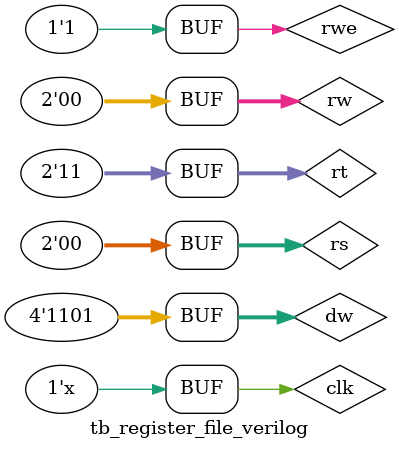
<source format=v>
`timescale 1ns / 1ps

module tb_register_file_verilog;

	// Inputs
	reg [1:0] rs;
	reg [3:0] dw;
	reg [1:0] rw;
	reg rwe;
	reg clk;
	reg [1:0] rt;

	// Outputs
	wire [3:0] crs;
	wire [3:0] crt;

	// Instantiate the Unit Under Test (UUT)
	Register_FIle_Xergio uut (
		.rs(rs), 
		.dw(dw), 
		.rw(rw), 
		.rwe(rwe), 
		.clk(clk), 
		.rt(rt), 
		.crs(crs), 
		.crt(crt)
	);
	
	always begin
     #10  clk = ~clk; // Toggle clock every 5 ticks
   end

	initial begin
		// Initialize Inputs
		rs = 0;
		dw = 0;
		rw = 0;
		rwe = 1;
		rt = 0;
		clk = 0;

		// Wait 100 ns for global reset to finish
		#100;
			rs = 2'b00;
			dw = 4'b1101;
			rw = 2'b00;
			rt = 2'b11;
        
		// Add stimulus here

	end
      
endmodule


</source>
